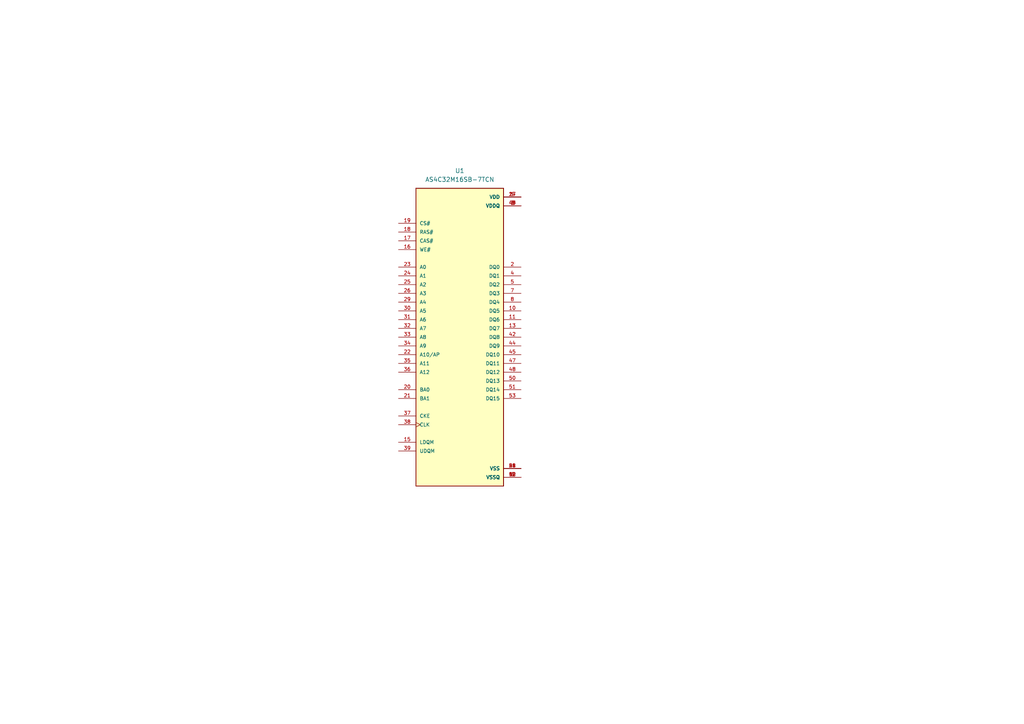
<source format=kicad_sch>
(kicad_sch (version 20211123) (generator eeschema)
  (paper "A4")
  (lib_symbols
    (symbol "AS4C32M16SB-7TCN:AS4C32M16SB-7TCN" (pin_names (offset 1.016))
      (property "Reference" "U" (at -12.7 44.45 0))
      (property "Value" "AS4C32M16SB-7TCN" (at -10.16 -45.72 0))
      (symbol "AS4C32M16SB-7TCN_0_0"
        (rectangle (start -12.7 -43.18) (end 12.7 43.18) (stroke (width 0.254)) (fill (type background)))
        (pin power_in line (at 17.78 40.64 180) (length 5.08) (name "VDD") (number "1"))
        (pin bidirectional line (at 17.78 7.62 180) (length 5.08) (name "DQ5") (number "10"))
        (pin bidirectional line (at 17.78 5.08 180) (length 5.08) (name "DQ6") (number "11"))
        (pin power_in line (at 17.78 -40.64 180) (length 5.08) (name "VSSQ") (number "12"))
        (pin bidirectional line (at 17.78 2.54 180) (length 5.08) (name "DQ7") (number "13"))
        (pin power_in line (at 17.78 40.64 180) (length 5.08) (name "VDD") (number "14"))
        (pin input line (at -17.78 -30.48 0) (length 5.08) (name "LDQM") (number "15"))
        (pin input line (at -17.78 25.4 0) (length 5.08) (name "WE#") (number "16"))
        (pin input line (at -17.78 27.94 0) (length 5.08) (name "CAS#") (number "17"))
        (pin input line (at -17.78 30.48 0) (length 5.08) (name "RAS#") (number "18"))
        (pin input line (at -17.78 33.02 0) (length 5.08) (name "CS#") (number "19"))
        (pin bidirectional line (at 17.78 20.32 180) (length 5.08) (name "DQ0") (number "2"))
        (pin input line (at -17.78 -15.24 0) (length 5.08) (name "BA0") (number "20"))
        (pin input line (at -17.78 -17.78 0) (length 5.08) (name "BA1") (number "21"))
        (pin input line (at -17.78 -5.08 0) (length 5.08) (name "A10/AP") (number "22"))
        (pin input line (at -17.78 20.32 0) (length 5.08) (name "A0") (number "23"))
        (pin input line (at -17.78 17.78 0) (length 5.08) (name "A1") (number "24"))
        (pin input line (at -17.78 15.24 0) (length 5.08) (name "A2") (number "25"))
        (pin input line (at -17.78 12.7 0) (length 5.08) (name "A3") (number "26"))
        (pin power_in line (at 17.78 40.64 180) (length 5.08) (name "VDD") (number "27"))
        (pin power_in line (at 17.78 -38.1 180) (length 5.08) (name "VSS") (number "28"))
        (pin input line (at -17.78 10.16 0) (length 5.08) (name "A4") (number "29"))
        (pin power_in line (at 17.78 38.1 180) (length 5.08) (name "VDDQ") (number "3"))
        (pin input line (at -17.78 7.62 0) (length 5.08) (name "A5") (number "30"))
        (pin input line (at -17.78 5.08 0) (length 5.08) (name "A6") (number "31"))
        (pin input line (at -17.78 2.54 0) (length 5.08) (name "A7") (number "32"))
        (pin input line (at -17.78 0 0) (length 5.08) (name "A8") (number "33"))
        (pin input line (at -17.78 -2.54 0) (length 5.08) (name "A9") (number "34"))
        (pin input line (at -17.78 -7.62 0) (length 5.08) (name "A11") (number "35"))
        (pin input line (at -17.78 -10.16 0) (length 5.08) (name "A12") (number "36"))
        (pin input line (at -17.78 -22.86 0) (length 5.08) (name "CKE") (number "37"))
        (pin input clock (at -17.78 -25.4 0) (length 5.08) (name "CLK") (number "38"))
        (pin input line (at -17.78 -33.02 0) (length 5.08) (name "UDQM") (number "39"))
        (pin bidirectional line (at 17.78 17.78 180) (length 5.08) (name "DQ1") (number "4"))
        (pin power_in line (at 17.78 -38.1 180) (length 5.08) (name "VSS") (number "41"))
        (pin bidirectional line (at 17.78 0 180) (length 5.08) (name "DQ8") (number "42"))
        (pin power_in line (at 17.78 38.1 180) (length 5.08) (name "VDDQ") (number "43"))
        (pin bidirectional line (at 17.78 -2.54 180) (length 5.08) (name "DQ9") (number "44"))
        (pin bidirectional line (at 17.78 -5.08 180) (length 5.08) (name "DQ10") (number "45"))
        (pin power_in line (at 17.78 -40.64 180) (length 5.08) (name "VSSQ") (number "46"))
        (pin bidirectional line (at 17.78 -7.62 180) (length 5.08) (name "DQ11") (number "47"))
        (pin bidirectional line (at 17.78 -10.16 180) (length 5.08) (name "DQ12") (number "48"))
        (pin power_in line (at 17.78 38.1 180) (length 5.08) (name "VDDQ") (number "49"))
        (pin bidirectional line (at 17.78 15.24 180) (length 5.08) (name "DQ2") (number "5"))
        (pin bidirectional line (at 17.78 -12.7 180) (length 5.08) (name "DQ13") (number "50"))
        (pin bidirectional line (at 17.78 -15.24 180) (length 5.08) (name "DQ14") (number "51"))
        (pin power_in line (at 17.78 -40.64 180) (length 5.08) (name "VSSQ") (number "52"))
        (pin bidirectional line (at 17.78 -17.78 180) (length 5.08) (name "DQ15") (number "53"))
        (pin power_in line (at 17.78 -38.1 180) (length 5.08) (name "VSS") (number "54"))
        (pin power_in line (at 17.78 -40.64 180) (length 5.08) (name "VSSQ") (number "6"))
        (pin bidirectional line (at 17.78 12.7 180) (length 5.08) (name "DQ3") (number "7"))
        (pin bidirectional line (at 17.78 10.16 180) (length 5.08) (name "DQ4") (number "8"))
        (pin power_in line (at 17.78 38.1 180) (length 5.08) (name "VDDQ") (number "9"))
      )
    )
  )
  (symbol (lib_id "AS4C32M16SB-7TCN:AS4C32M16SB-7TCN") (at 133.35 97.79 0) (unit 1)
    (property "Reference" "U1" (at 133.35 49.53 0))
    (property "Value" "AS4C32M16SB-7TCN" (at 133.35 52.07 0))
    (property "Footprint" "SOP80P1176X120-54N" (effects hide))
    (property "D2_MAX" "0.0" (effects hide))
    (property "L_NOM" "0.5" (effects hide))
    (property "B_MAX" "0.45" (effects hide))
    (property "A_MIN" "1.2" (effects hide))
    (property "ENOM" "0.8" (effects hide))
    (property "D_NOM" "22.22" (effects hide))
    (property "E_NOM" "11.76" (effects hide))
    (property "E1_NOM" "10.16" (effects hide))
    (property "A1_MIN" "0.05" (effects hide))
    (property "L_MAX" "0.6" (effects hide))
    (property "L_MIN" "0.4" (effects hide))
    (property "A_NOM" "1.2" (effects hide))
    (property "PIN_COUNT" "54.0" (effects hide))
    (property "B_MIN" "0.25" (effects hide))
    (property "E_MAX" "11.96" (effects hide))
    (property "A_MAX" "1.2" (effects hide))
    (property "E2_MAX" "0.0" (effects hide))
    (property "D_MIN" "22.09" (effects hide))
    (property "B_NOM" "0.35" (effects hide))
    (property "E_MIN" "11.56" (effects hide))
    (property "MANUFACTURER" "Alliance Memory" (effects hide))
    (property "E1_MIN" "10.03" (effects hide))
    (property "E1_MAX" "10.29" (effects hide))
    (property "STANDARD" "IPC 7351B" (effects hide))
    (property "D_MAX" "22.35" (effects hide))
    (property "PARTREV" "1.2" (effects hide))
  )
)
</source>
